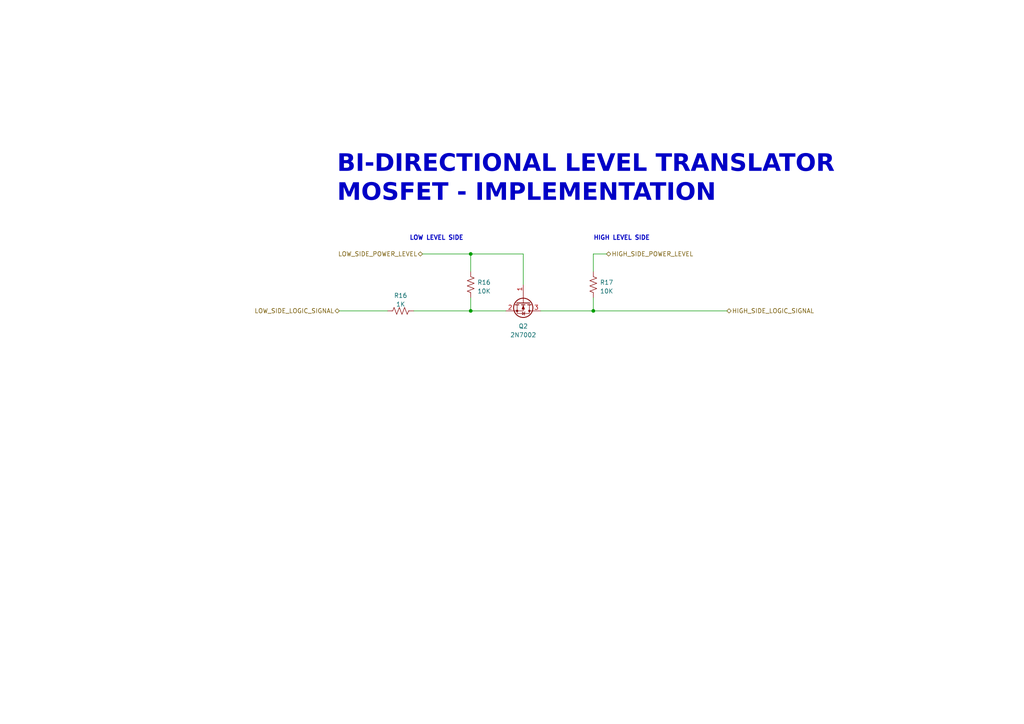
<source format=kicad_sch>
(kicad_sch (version 20230121) (generator eeschema)
  (paper "A4")
  (title_block (title "BIM BOARD") (date "2023-12-06") (rev "REV 2.0.0") (company "GEVITON") (comment 2 "Reviewed by: Timothy Kyalo") (comment 3 "Designed By: Robert Mutura") (comment 4 "BIM BOARD"))
  (lib_symbols
    (symbol "Device:Q_NMOS_GSD" (pin_names (offset 0) hide)
      (property "Reference" "Q" (at 5.08 1.27 0))
      (property "Value" "Q_NMOS_GSD" (at 5.08 -1.27 0))
      (symbol "Q_NMOS_GSD_0_1"
        (polyline (pts (xy 0.254 0) (xy -2.54 0)))
        (polyline (pts (xy 0.254 1.905) (xy 0.254 -1.905)) (stroke (width 0.254)))
        (polyline (pts (xy 0.762 -1.27) (xy 0.762 -2.286)) (stroke (width 0.254)))
        (polyline (pts (xy 0.762 0.508) (xy 0.762 -0.508)) (stroke (width 0.254)))
        (polyline (pts (xy 0.762 2.286) (xy 0.762 1.27)) (stroke (width 0.254)))
        (polyline (pts (xy 2.54 2.54) (xy 2.54 1.778)))
        (polyline (pts (xy 2.54 -2.54) (xy 2.54 0) (xy 0.762 0)))
        (polyline (pts (xy 0.762 -1.778) (xy 3.302 -1.778) (xy 3.302 1.778) (xy 0.762 1.778)))
        (polyline (pts (xy 1.016 0) (xy 2.032 0.381) (xy 2.032 -0.381) (xy 1.016 0)) (fill (type outline)))
        (polyline (pts (xy 2.794 0.508) (xy 2.921 0.381) (xy 3.683 0.381) (xy 3.81 0.254)))
        (polyline (pts (xy 3.302 0.381) (xy 2.921 -0.254) (xy 3.683 -0.254) (xy 3.302 0.381)))
        (circle (center 1.651 0) (radius 2.794) (stroke (width 0.254)))
        (circle (center 2.54 -1.778) (radius 0.254) (fill (type outline)))
        (circle (center 2.54 1.778) (radius 0.254) (fill (type outline)))
      )
      (symbol "Q_NMOS_GSD_1_1"
        (pin input line (at -5.08 0 0) (length 2.54) (name "G") (number "1"))
        (pin passive line (at 2.54 -5.08 90) (length 2.54) (name "S") (number "2"))
        (pin passive line (at 2.54 5.08 270) (length 2.54) (name "D") (number "3"))
      )
    )
    (symbol "Device:R_US" (pin_numbers hide) (pin_names (offset 0))
      (property "Reference" "R" (at 2.54 0 90))
      (property "Value" "R_US" (at -2.54 0 90))
      (symbol "R_US_0_1"
        (polyline (pts (xy 0 -2.286) (xy 0 -2.54)))
        (polyline (pts (xy 0 2.286) (xy 0 2.54)))
        (polyline (pts (xy 0 -0.762) (xy 1.016 -1.143) (xy 0 -1.524) (xy -1.016 -1.905) (xy 0 -2.286)))
        (polyline (pts (xy 0 0.762) (xy 1.016 0.381) (xy 0 0) (xy -1.016 -0.381) (xy 0 -0.762)))
        (polyline (pts (xy 0 2.286) (xy 1.016 1.905) (xy 0 1.524) (xy -1.016 1.143) (xy 0 0.762)))
      )
      (symbol "R_US_1_1"
        (pin passive line (at 0 3.81 270) (length 1.27) (name "~") (number "1"))
        (pin passive line (at 0 -3.81 90) (length 1.27) (name "~") (number "2"))
      )
    )
  )
  (junction (at 136.525 73.66))
  (junction (at 136.525 90.17))
  (junction (at 172.085 90.17))
  (wire (pts (xy 136.525 73.66) (xy 151.765 73.66)))
  (wire (pts (xy 172.085 90.17) (xy 210.82 90.17)))
  (wire (pts (xy 172.085 86.36) (xy 172.085 90.17)))
  (wire (pts (xy 151.765 73.66) (xy 151.765 82.55)))
  (wire (pts (xy 120.015 90.17) (xy 136.525 90.17)))
  (wire (pts (xy 156.845 90.17) (xy 172.085 90.17)))
  (wire (pts (xy 122.555 73.66) (xy 136.525 73.66)))
  (wire (pts (xy 112.395 90.17) (xy 98.425 90.17)))
  (wire (pts (xy 136.525 90.17) (xy 146.685 90.17)))
  (wire (pts (xy 172.085 78.74) (xy 172.085 73.66)))
  (wire (pts (xy 172.085 73.66) (xy 175.895 73.66)))
  (wire (pts (xy 136.525 86.36) (xy 136.525 90.17)))
  (wire (pts (xy 136.525 78.74) (xy 136.525 73.66)))
  (text "LOW LEVEL SIDE" (at 118.745 69.85 0) (effects (font (size 1.27 1.27) (thickness 0.254) bold) (justify left bottom)))
  (text "HIGH LEVEL SIDE" (at 172.085 69.85 0) (effects (font (size 1.27 1.27) (thickness 0.254) bold) (justify left bottom)))
  (text "BI-DIRECTIONAL LEVEL TRANSLATOR \nMOSFET - IMPLEMENTATION" (at 97.79 60.325 0) (effects (font (size 5 5) bold) (justify left bottom)))
  (hierarchical_label "LOW_SIDE_POWER_LEVEL" (shape bidirectional) (at 122.555 73.66 180))
  (hierarchical_label "LOW_SIDE_LOGIC_SIGNAL" (shape bidirectional) (at 98.425 90.17 180))
  (hierarchical_label "HIGH_SIDE_LOGIC_SIGNAL" (shape bidirectional) (at 210.82 90.17 0))
  (hierarchical_label "HIGH_SIDE_POWER_LEVEL" (shape bidirectional) (at 175.895 73.66 0))
  (symbol (lib_id "Device:Q_NMOS_GSD") (at 151.765 87.63 270) (unit 1)
    (property "Reference" "Q2" (at 151.765 94.615 90))
    (property "Value" "2N7002" (at 151.765 97.155 90))
    (property "Footprint" "Package_TO_SOT_SMD:SOT-23" (effects hide))
    (instances (project "soilpal_v2_display" (path "" (reference "Q2") (unit 1)) (path "" (reference "Q2") (unit 1))) (project "SmartCaravan" (path "" (reference "Q2") (unit 1)) (path "" (reference "Q3") (unit 1)) (path "" (reference "Q4") (unit 1)) (path "" (reference "Q5") (unit 1)) (path "" (reference "Q6") (unit 1)) (path "" (reference "Q7") (unit 1))) (project "GSM_GPRS_MODULE_SIM7000G" (path "" (reference "Q2") (unit 1)) (path "" (reference "Q2") (unit 1))) (project "BIM_PCB" (path "" (reference "Q4") (unit 1)) (path "" (reference "Q7") (unit 1)) (path "" (reference "Q8") (unit 1)) (path "" (reference "Q9") (unit 1))) (project "BI_DIRECTIONAL_LOGIC_LEVEL_TRANSLATOR_MOSFET-use" (path "" (reference "Q2") (unit 1))) (project "ELIESTER_V2" (path "" (reference "Q10") (unit 1)) (path "" (reference "Q9") (unit 1))))
  )
  (symbol (lib_id "Device:R_US") (at 116.205 90.17 90) (unit 1)
    (property "Reference" "R16" (at 116.205 85.725 90))
    (property "Value" "1K" (at 116.205 88.265 90))
    (property "Footprint" "Resistor_SMD:R_0402_1005Metric" (effects hide))
    (instances (project "soilpal_v2_display" (path "" (reference "R16") (unit 1)) (path "" (reference "R16") (unit 1))) (project "SmartCaravan" (path "" (reference "R16") (unit 1)) (path "" (reference "R18") (unit 1)) (path "" (reference "R20") (unit 1)) (path "" (reference "R22") (unit 1)) (path "" (reference "R24") (unit 1)) (path "" (reference "R26") (unit 1))) (project "GSM_GPRS_MODULE_SIM7000G" (path "" (reference "R16") (unit 1)) (path "" (reference "R16") (unit 1))) (project "BIM_PCB" (path "" (reference "R19") (unit 1)) (path "" (reference "R50") (unit 1)) (path "" (reference "R53") (unit 1)) (path "" (reference "R56") (unit 1))) (project "BI_DIRECTIONAL_LOGIC_LEVEL_TRANSLATOR_MOSFET-use" (path "" (reference "R16") (unit 1))) (project "ELIESTER_V2" (path "" (reference "R76") (unit 1)) (path "" (reference "R69") (unit 1))))
  )
  (symbol (lib_id "Device:R_US") (at 136.525 82.55 0) (unit 1)
    (property "Reference" "R16" (at 138.43 81.915 0) (effects (justify left)))
    (property "Value" "10K" (at 138.43 84.455 0) (effects (justify left)))
    (property "Footprint" "Resistor_SMD:R_0402_1005Metric" (effects hide))
    (instances (project "soilpal_v2_display" (path "" (reference "R16") (unit 1)) (path "" (reference "R16") (unit 1))) (project "SmartCaravan" (path "" (reference "R16") (unit 1)) (path "" (reference "R18") (unit 1)) (path "" (reference "R20") (unit 1)) (path "" (reference "R22") (unit 1)) (path "" (reference "R24") (unit 1)) (path "" (reference "R26") (unit 1))) (project "GSM_GPRS_MODULE_SIM7000G" (path "" (reference "R16") (unit 1)) (path "" (reference "R16") (unit 1))) (project "BIM_PCB" (path "" (reference "R17") (unit 1)) (path "" (reference "R48") (unit 1)) (path "" (reference "R51") (unit 1)) (path "" (reference "R54") (unit 1))) (project "BI_DIRECTIONAL_LOGIC_LEVEL_TRANSLATOR_MOSFET-use" (path "" (reference "R16") (unit 1))) (project "ELIESTER_V2" (path "" (reference "R74") (unit 1)) (path "" (reference "R67") (unit 1))))
  )
  (symbol (lib_id "Device:R_US") (at 172.085 82.55 0) (unit 1)
    (property "Reference" "R17" (at 173.99 81.915 0) (effects (justify left)))
    (property "Value" "10K" (at 173.99 84.455 0) (effects (justify left)))
    (property "Footprint" "Resistor_SMD:R_0402_1005Metric" (effects hide))
    (instances (project "soilpal_v2_display" (path "" (reference "R17") (unit 1)) (path "" (reference "R17") (unit 1))) (project "SmartCaravan" (path "" (reference "R17") (unit 1)) (path "" (reference "R19") (unit 1)) (path "" (reference "R21") (unit 1)) (path "" (reference "R23") (unit 1)) (path "" (reference "R25") (unit 1)) (path "" (reference "R27") (unit 1))) (project "GSM_GPRS_MODULE_SIM7000G" (path "" (reference "R17") (unit 1)) (path "" (reference "R17") (unit 1))) (project "BIM_PCB" (path "" (reference "R18") (unit 1)) (path "" (reference "R49") (unit 1)) (path "" (reference "R52") (unit 1)) (path "" (reference "R55") (unit 1))) (project "BI_DIRECTIONAL_LOGIC_LEVEL_TRANSLATOR_MOSFET-use" (path "" (reference "R17") (unit 1))) (project "ELIESTER_V2" (path "" (reference "R75") (unit 1)) (path "" (reference "R68") (unit 1))))
  )
)
</source>
